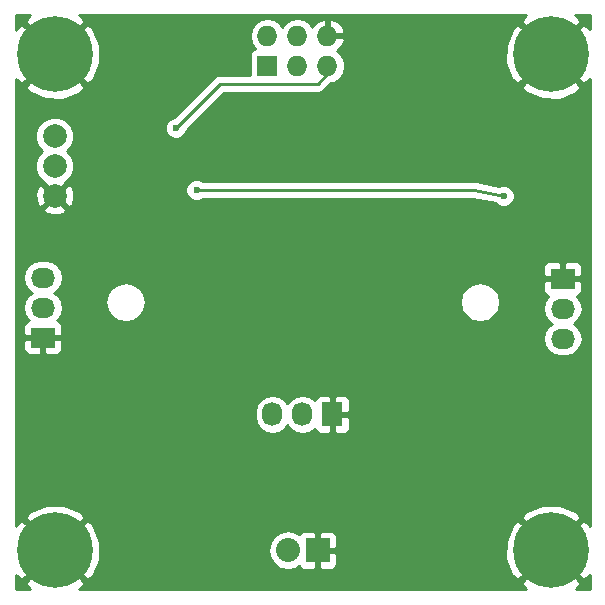
<source format=gbr>
G04 #@! TF.FileFunction,Copper,L2,Bot,Signal*
%FSLAX46Y46*%
G04 Gerber Fmt 4.6, Leading zero omitted, Abs format (unit mm)*
G04 Created by KiCad (PCBNEW 4.0.2-4+6225~38~ubuntu14.04.1-stable) date Wed 23 Mar 2016 14:02:06 GMT*
%MOMM*%
G01*
G04 APERTURE LIST*
%ADD10C,0.100000*%
%ADD11R,1.727200X2.032000*%
%ADD12O,1.727200X2.032000*%
%ADD13R,2.032000X1.727200*%
%ADD14O,2.032000X1.727200*%
%ADD15C,1.998980*%
%ADD16R,1.727200X1.727200*%
%ADD17O,1.727200X1.727200*%
%ADD18R,2.032000X2.032000*%
%ADD19O,2.032000X2.032000*%
%ADD20C,6.400000*%
%ADD21C,0.600000*%
%ADD22C,0.250000*%
%ADD23C,0.254000*%
G04 APERTURE END LIST*
D10*
D11*
X147500000Y-94500000D03*
D12*
X144960000Y-94500000D03*
X142420000Y-94500000D03*
D13*
X123000000Y-88000000D03*
D14*
X123000000Y-85460000D03*
X123000000Y-82920000D03*
D15*
X124000000Y-73460000D03*
X124000000Y-70920000D03*
X124000000Y-76000000D03*
D16*
X142000000Y-65000000D03*
D17*
X142000000Y-62460000D03*
X144540000Y-65000000D03*
X144540000Y-62460000D03*
X147080000Y-65000000D03*
X147080000Y-62460000D03*
D13*
X167000000Y-83000000D03*
D14*
X167000000Y-85540000D03*
X167000000Y-88080000D03*
D18*
X146250000Y-106000000D03*
D19*
X143710000Y-106000000D03*
D20*
X166000000Y-106000000D03*
X124000000Y-106000000D03*
X166000000Y-64000000D03*
X124000000Y-64000000D03*
D21*
X154000000Y-72750000D03*
X146000000Y-68000000D03*
X131750000Y-76250000D03*
X134250000Y-70250000D03*
X136000000Y-75500000D03*
X162000000Y-76000000D03*
D22*
X147080000Y-65000000D02*
X147080000Y-65670000D01*
X147080000Y-65670000D02*
X146250000Y-66500000D01*
X138000000Y-66500000D02*
X134250000Y-70250000D01*
X146250000Y-66500000D02*
X138000000Y-66500000D01*
X159500000Y-75500000D02*
X136000000Y-75500000D01*
X162000000Y-76000000D02*
X159500000Y-75500000D01*
D23*
G36*
X121849754Y-60734181D02*
X121805640Y-60763657D01*
X121438695Y-61259090D01*
X124000000Y-63820395D01*
X126561305Y-61259090D01*
X126194360Y-60763657D01*
X126067266Y-60710000D01*
X163909271Y-60710000D01*
X163849754Y-60734181D01*
X163805640Y-60763657D01*
X163438695Y-61259090D01*
X166000000Y-63820395D01*
X168561305Y-61259090D01*
X168194360Y-60763657D01*
X168067266Y-60710000D01*
X169290000Y-60710000D01*
X169290000Y-61909271D01*
X169265819Y-61849754D01*
X169236343Y-61805640D01*
X168740910Y-61438695D01*
X166179605Y-64000000D01*
X168740910Y-66561305D01*
X169236343Y-66194360D01*
X169290000Y-66067266D01*
X169290000Y-103909271D01*
X169265819Y-103849754D01*
X169236343Y-103805640D01*
X168740910Y-103438695D01*
X166179605Y-106000000D01*
X168740910Y-108561305D01*
X169236343Y-108194360D01*
X169290000Y-108067266D01*
X169290000Y-109290000D01*
X168090729Y-109290000D01*
X168150246Y-109265819D01*
X168194360Y-109236343D01*
X168561305Y-108740910D01*
X166000000Y-106179605D01*
X163438695Y-108740910D01*
X163805640Y-109236343D01*
X163932734Y-109290000D01*
X126090729Y-109290000D01*
X126150246Y-109265819D01*
X126194360Y-109236343D01*
X126561305Y-108740910D01*
X124000000Y-106179605D01*
X121438695Y-108740910D01*
X121805640Y-109236343D01*
X121932734Y-109290000D01*
X120710000Y-109290000D01*
X120710000Y-108090729D01*
X120734181Y-108150246D01*
X120763657Y-108194360D01*
X121259090Y-108561305D01*
X123820395Y-106000000D01*
X124179605Y-106000000D01*
X126740910Y-108561305D01*
X127236343Y-108194360D01*
X127829736Y-106788829D01*
X127835307Y-105967655D01*
X142059000Y-105967655D01*
X142059000Y-106032345D01*
X142184675Y-106664155D01*
X142542567Y-107199778D01*
X143078190Y-107557670D01*
X143710000Y-107683345D01*
X144341810Y-107557670D01*
X144678001Y-107333034D01*
X144695673Y-107375698D01*
X144874301Y-107554327D01*
X145107690Y-107651000D01*
X145964250Y-107651000D01*
X146123000Y-107492250D01*
X146123000Y-106127000D01*
X146377000Y-106127000D01*
X146377000Y-107492250D01*
X146535750Y-107651000D01*
X147392310Y-107651000D01*
X147625699Y-107554327D01*
X147804327Y-107375698D01*
X147901000Y-107142309D01*
X147901000Y-106736793D01*
X162159913Y-106736793D01*
X162734181Y-108150246D01*
X162763657Y-108194360D01*
X163259090Y-108561305D01*
X165820395Y-106000000D01*
X163259090Y-103438695D01*
X162763657Y-103805640D01*
X162170264Y-105211171D01*
X162159913Y-106736793D01*
X147901000Y-106736793D01*
X147901000Y-106285750D01*
X147742250Y-106127000D01*
X146377000Y-106127000D01*
X146123000Y-106127000D01*
X146103000Y-106127000D01*
X146103000Y-105873000D01*
X146123000Y-105873000D01*
X146123000Y-104507750D01*
X146377000Y-104507750D01*
X146377000Y-105873000D01*
X147742250Y-105873000D01*
X147901000Y-105714250D01*
X147901000Y-104857691D01*
X147804327Y-104624302D01*
X147625699Y-104445673D01*
X147392310Y-104349000D01*
X146535750Y-104349000D01*
X146377000Y-104507750D01*
X146123000Y-104507750D01*
X145964250Y-104349000D01*
X145107690Y-104349000D01*
X144874301Y-104445673D01*
X144695673Y-104624302D01*
X144678001Y-104666966D01*
X144341810Y-104442330D01*
X143710000Y-104316655D01*
X143078190Y-104442330D01*
X142542567Y-104800222D01*
X142184675Y-105335845D01*
X142059000Y-105967655D01*
X127835307Y-105967655D01*
X127840087Y-105263207D01*
X127265819Y-103849754D01*
X127236343Y-103805640D01*
X126740910Y-103438695D01*
X124179605Y-106000000D01*
X123820395Y-106000000D01*
X121259090Y-103438695D01*
X120763657Y-103805640D01*
X120710000Y-103932734D01*
X120710000Y-103259090D01*
X121438695Y-103259090D01*
X124000000Y-105820395D01*
X126561305Y-103259090D01*
X163438695Y-103259090D01*
X166000000Y-105820395D01*
X168561305Y-103259090D01*
X168194360Y-102763657D01*
X166788829Y-102170264D01*
X165263207Y-102159913D01*
X163849754Y-102734181D01*
X163805640Y-102763657D01*
X163438695Y-103259090D01*
X126561305Y-103259090D01*
X126194360Y-102763657D01*
X124788829Y-102170264D01*
X123263207Y-102159913D01*
X121849754Y-102734181D01*
X121805640Y-102763657D01*
X121438695Y-103259090D01*
X120710000Y-103259090D01*
X120710000Y-94315255D01*
X140921400Y-94315255D01*
X140921400Y-94684745D01*
X141035474Y-95258234D01*
X141360330Y-95744415D01*
X141846511Y-96069271D01*
X142420000Y-96183345D01*
X142993489Y-96069271D01*
X143479670Y-95744415D01*
X143690000Y-95429634D01*
X143900330Y-95744415D01*
X144386511Y-96069271D01*
X144960000Y-96183345D01*
X145533489Y-96069271D01*
X146019670Y-95744415D01*
X146034500Y-95722220D01*
X146098073Y-95875699D01*
X146276702Y-96054327D01*
X146510091Y-96151000D01*
X147214250Y-96151000D01*
X147373000Y-95992250D01*
X147373000Y-94627000D01*
X147627000Y-94627000D01*
X147627000Y-95992250D01*
X147785750Y-96151000D01*
X148489909Y-96151000D01*
X148723298Y-96054327D01*
X148901927Y-95875699D01*
X148998600Y-95642310D01*
X148998600Y-94785750D01*
X148839850Y-94627000D01*
X147627000Y-94627000D01*
X147373000Y-94627000D01*
X147353000Y-94627000D01*
X147353000Y-94373000D01*
X147373000Y-94373000D01*
X147373000Y-93007750D01*
X147627000Y-93007750D01*
X147627000Y-94373000D01*
X148839850Y-94373000D01*
X148998600Y-94214250D01*
X148998600Y-93357690D01*
X148901927Y-93124301D01*
X148723298Y-92945673D01*
X148489909Y-92849000D01*
X147785750Y-92849000D01*
X147627000Y-93007750D01*
X147373000Y-93007750D01*
X147214250Y-92849000D01*
X146510091Y-92849000D01*
X146276702Y-92945673D01*
X146098073Y-93124301D01*
X146034500Y-93277780D01*
X146019670Y-93255585D01*
X145533489Y-92930729D01*
X144960000Y-92816655D01*
X144386511Y-92930729D01*
X143900330Y-93255585D01*
X143690000Y-93570366D01*
X143479670Y-93255585D01*
X142993489Y-92930729D01*
X142420000Y-92816655D01*
X141846511Y-92930729D01*
X141360330Y-93255585D01*
X141035474Y-93741766D01*
X140921400Y-94315255D01*
X120710000Y-94315255D01*
X120710000Y-88285750D01*
X121349000Y-88285750D01*
X121349000Y-88989909D01*
X121445673Y-89223298D01*
X121624301Y-89401927D01*
X121857690Y-89498600D01*
X122714250Y-89498600D01*
X122873000Y-89339850D01*
X122873000Y-88127000D01*
X123127000Y-88127000D01*
X123127000Y-89339850D01*
X123285750Y-89498600D01*
X124142310Y-89498600D01*
X124375699Y-89401927D01*
X124554327Y-89223298D01*
X124651000Y-88989909D01*
X124651000Y-88285750D01*
X124492250Y-88127000D01*
X123127000Y-88127000D01*
X122873000Y-88127000D01*
X121507750Y-88127000D01*
X121349000Y-88285750D01*
X120710000Y-88285750D01*
X120710000Y-82920000D01*
X121316655Y-82920000D01*
X121430729Y-83493489D01*
X121755585Y-83979670D01*
X122070366Y-84190000D01*
X121755585Y-84400330D01*
X121430729Y-84886511D01*
X121316655Y-85460000D01*
X121430729Y-86033489D01*
X121755585Y-86519670D01*
X121777780Y-86534500D01*
X121624301Y-86598073D01*
X121445673Y-86776702D01*
X121349000Y-87010091D01*
X121349000Y-87714250D01*
X121507750Y-87873000D01*
X122873000Y-87873000D01*
X122873000Y-87853000D01*
X123127000Y-87853000D01*
X123127000Y-87873000D01*
X124492250Y-87873000D01*
X124651000Y-87714250D01*
X124651000Y-87010091D01*
X124554327Y-86776702D01*
X124375699Y-86598073D01*
X124222220Y-86534500D01*
X124244415Y-86519670D01*
X124569271Y-86033489D01*
X124683345Y-85460000D01*
X124591846Y-85000000D01*
X128290000Y-85000000D01*
X128420166Y-85654389D01*
X128790847Y-86209153D01*
X129345611Y-86579834D01*
X130000000Y-86710000D01*
X130654389Y-86579834D01*
X131209153Y-86209153D01*
X131579834Y-85654389D01*
X131710000Y-85000000D01*
X158290000Y-85000000D01*
X158420166Y-85654389D01*
X158790847Y-86209153D01*
X159345611Y-86579834D01*
X160000000Y-86710000D01*
X160654389Y-86579834D01*
X161209153Y-86209153D01*
X161579834Y-85654389D01*
X161602587Y-85540000D01*
X165316655Y-85540000D01*
X165430729Y-86113489D01*
X165755585Y-86599670D01*
X166070366Y-86810000D01*
X165755585Y-87020330D01*
X165430729Y-87506511D01*
X165316655Y-88080000D01*
X165430729Y-88653489D01*
X165755585Y-89139670D01*
X166241766Y-89464526D01*
X166815255Y-89578600D01*
X167184745Y-89578600D01*
X167758234Y-89464526D01*
X168244415Y-89139670D01*
X168569271Y-88653489D01*
X168683345Y-88080000D01*
X168569271Y-87506511D01*
X168244415Y-87020330D01*
X167929634Y-86810000D01*
X168244415Y-86599670D01*
X168569271Y-86113489D01*
X168683345Y-85540000D01*
X168569271Y-84966511D01*
X168244415Y-84480330D01*
X168222220Y-84465500D01*
X168375699Y-84401927D01*
X168554327Y-84223298D01*
X168651000Y-83989909D01*
X168651000Y-83285750D01*
X168492250Y-83127000D01*
X167127000Y-83127000D01*
X167127000Y-83147000D01*
X166873000Y-83147000D01*
X166873000Y-83127000D01*
X165507750Y-83127000D01*
X165349000Y-83285750D01*
X165349000Y-83989909D01*
X165445673Y-84223298D01*
X165624301Y-84401927D01*
X165777780Y-84465500D01*
X165755585Y-84480330D01*
X165430729Y-84966511D01*
X165316655Y-85540000D01*
X161602587Y-85540000D01*
X161710000Y-85000000D01*
X161579834Y-84345611D01*
X161209153Y-83790847D01*
X160654389Y-83420166D01*
X160000000Y-83290000D01*
X159345611Y-83420166D01*
X158790847Y-83790847D01*
X158420166Y-84345611D01*
X158290000Y-85000000D01*
X131710000Y-85000000D01*
X131579834Y-84345611D01*
X131209153Y-83790847D01*
X130654389Y-83420166D01*
X130000000Y-83290000D01*
X129345611Y-83420166D01*
X128790847Y-83790847D01*
X128420166Y-84345611D01*
X128290000Y-85000000D01*
X124591846Y-85000000D01*
X124569271Y-84886511D01*
X124244415Y-84400330D01*
X123929634Y-84190000D01*
X124244415Y-83979670D01*
X124569271Y-83493489D01*
X124683345Y-82920000D01*
X124569271Y-82346511D01*
X124344483Y-82010091D01*
X165349000Y-82010091D01*
X165349000Y-82714250D01*
X165507750Y-82873000D01*
X166873000Y-82873000D01*
X166873000Y-81660150D01*
X167127000Y-81660150D01*
X167127000Y-82873000D01*
X168492250Y-82873000D01*
X168651000Y-82714250D01*
X168651000Y-82010091D01*
X168554327Y-81776702D01*
X168375699Y-81598073D01*
X168142310Y-81501400D01*
X167285750Y-81501400D01*
X167127000Y-81660150D01*
X166873000Y-81660150D01*
X166714250Y-81501400D01*
X165857690Y-81501400D01*
X165624301Y-81598073D01*
X165445673Y-81776702D01*
X165349000Y-82010091D01*
X124344483Y-82010091D01*
X124244415Y-81860330D01*
X123758234Y-81535474D01*
X123184745Y-81421400D01*
X122815255Y-81421400D01*
X122241766Y-81535474D01*
X121755585Y-81860330D01*
X121430729Y-82346511D01*
X121316655Y-82920000D01*
X120710000Y-82920000D01*
X120710000Y-77152163D01*
X123027443Y-77152163D01*
X123126042Y-77418965D01*
X123735582Y-77645401D01*
X124385377Y-77621341D01*
X124873958Y-77418965D01*
X124972557Y-77152163D01*
X124000000Y-76179605D01*
X123027443Y-77152163D01*
X120710000Y-77152163D01*
X120710000Y-75735582D01*
X122354599Y-75735582D01*
X122378659Y-76385377D01*
X122581035Y-76873958D01*
X122847837Y-76972557D01*
X123820395Y-76000000D01*
X124179605Y-76000000D01*
X125152163Y-76972557D01*
X125418965Y-76873958D01*
X125645401Y-76264418D01*
X125623954Y-75685167D01*
X135064838Y-75685167D01*
X135206883Y-76028943D01*
X135469673Y-76292192D01*
X135813201Y-76434838D01*
X136185167Y-76435162D01*
X136528943Y-76293117D01*
X136562118Y-76260000D01*
X159424747Y-76260000D01*
X161316000Y-76638251D01*
X161469673Y-76792192D01*
X161813201Y-76934838D01*
X162185167Y-76935162D01*
X162528943Y-76793117D01*
X162792192Y-76530327D01*
X162934838Y-76186799D01*
X162935162Y-75814833D01*
X162793117Y-75471057D01*
X162530327Y-75207808D01*
X162186799Y-75065162D01*
X161814833Y-75064838D01*
X161614116Y-75147772D01*
X159649048Y-74754759D01*
X159573802Y-74754680D01*
X159500000Y-74740000D01*
X136562463Y-74740000D01*
X136530327Y-74707808D01*
X136186799Y-74565162D01*
X135814833Y-74564838D01*
X135471057Y-74706883D01*
X135207808Y-74969673D01*
X135065162Y-75313201D01*
X135064838Y-75685167D01*
X125623954Y-75685167D01*
X125621341Y-75614623D01*
X125418965Y-75126042D01*
X125152163Y-75027443D01*
X124179605Y-76000000D01*
X123820395Y-76000000D01*
X122847837Y-75027443D01*
X122581035Y-75126042D01*
X122354599Y-75735582D01*
X120710000Y-75735582D01*
X120710000Y-71243694D01*
X122365226Y-71243694D01*
X122613538Y-71844655D01*
X122958480Y-72190199D01*
X122615154Y-72532927D01*
X122365794Y-73133453D01*
X122365226Y-73783694D01*
X122613538Y-74384655D01*
X123040539Y-74812401D01*
X123027443Y-74847837D01*
X124000000Y-75820395D01*
X124972557Y-74847837D01*
X124959276Y-74811901D01*
X125384846Y-74387073D01*
X125634206Y-73786547D01*
X125634774Y-73136306D01*
X125386462Y-72535345D01*
X125041520Y-72189801D01*
X125384846Y-71847073D01*
X125634206Y-71246547D01*
X125634774Y-70596306D01*
X125568193Y-70435167D01*
X133314838Y-70435167D01*
X133456883Y-70778943D01*
X133719673Y-71042192D01*
X134063201Y-71184838D01*
X134435167Y-71185162D01*
X134778943Y-71043117D01*
X135042192Y-70780327D01*
X135184838Y-70436799D01*
X135184879Y-70389923D01*
X138314802Y-67260000D01*
X146250000Y-67260000D01*
X146540839Y-67202148D01*
X146787401Y-67037401D01*
X147083892Y-66740910D01*
X163438695Y-66740910D01*
X163805640Y-67236343D01*
X165211171Y-67829736D01*
X166736793Y-67840087D01*
X168150246Y-67265819D01*
X168194360Y-67236343D01*
X168561305Y-66740910D01*
X166000000Y-64179605D01*
X163438695Y-66740910D01*
X147083892Y-66740910D01*
X147350686Y-66474116D01*
X147653489Y-66413885D01*
X148139670Y-66089029D01*
X148464526Y-65602848D01*
X148578600Y-65029359D01*
X148578600Y-64970641D01*
X148532085Y-64736793D01*
X162159913Y-64736793D01*
X162734181Y-66150246D01*
X162763657Y-66194360D01*
X163259090Y-66561305D01*
X165820395Y-64000000D01*
X163259090Y-61438695D01*
X162763657Y-61805640D01*
X162170264Y-63211171D01*
X162159913Y-64736793D01*
X148532085Y-64736793D01*
X148464526Y-64397152D01*
X148139670Y-63910971D01*
X147868839Y-63730008D01*
X148286821Y-63348490D01*
X148534968Y-62819027D01*
X148414469Y-62587000D01*
X147207000Y-62587000D01*
X147207000Y-62607000D01*
X146953000Y-62607000D01*
X146953000Y-62587000D01*
X146933000Y-62587000D01*
X146933000Y-62333000D01*
X146953000Y-62333000D01*
X146953000Y-61126183D01*
X147207000Y-61126183D01*
X147207000Y-62333000D01*
X148414469Y-62333000D01*
X148534968Y-62100973D01*
X148286821Y-61571510D01*
X147854947Y-61177312D01*
X147439026Y-61005042D01*
X147207000Y-61126183D01*
X146953000Y-61126183D01*
X146720974Y-61005042D01*
X146305053Y-61177312D01*
X145873179Y-61571510D01*
X145815664Y-61694228D01*
X145599670Y-61370971D01*
X145113489Y-61046115D01*
X144540000Y-60932041D01*
X143966511Y-61046115D01*
X143480330Y-61370971D01*
X143270000Y-61685752D01*
X143059670Y-61370971D01*
X142573489Y-61046115D01*
X142000000Y-60932041D01*
X141426511Y-61046115D01*
X140940330Y-61370971D01*
X140615474Y-61857152D01*
X140501400Y-62430641D01*
X140501400Y-62489359D01*
X140615474Y-63062848D01*
X140926574Y-63528442D01*
X140901083Y-63533238D01*
X140684959Y-63672310D01*
X140539969Y-63884510D01*
X140488960Y-64136400D01*
X140488960Y-65740000D01*
X138000000Y-65740000D01*
X137709161Y-65797852D01*
X137462599Y-65962599D01*
X134110320Y-69314878D01*
X134064833Y-69314838D01*
X133721057Y-69456883D01*
X133457808Y-69719673D01*
X133315162Y-70063201D01*
X133314838Y-70435167D01*
X125568193Y-70435167D01*
X125386462Y-69995345D01*
X124927073Y-69535154D01*
X124326547Y-69285794D01*
X123676306Y-69285226D01*
X123075345Y-69533538D01*
X122615154Y-69992927D01*
X122365794Y-70593453D01*
X122365226Y-71243694D01*
X120710000Y-71243694D01*
X120710000Y-66740910D01*
X121438695Y-66740910D01*
X121805640Y-67236343D01*
X123211171Y-67829736D01*
X124736793Y-67840087D01*
X126150246Y-67265819D01*
X126194360Y-67236343D01*
X126561305Y-66740910D01*
X124000000Y-64179605D01*
X121438695Y-66740910D01*
X120710000Y-66740910D01*
X120710000Y-66090729D01*
X120734181Y-66150246D01*
X120763657Y-66194360D01*
X121259090Y-66561305D01*
X123820395Y-64000000D01*
X124179605Y-64000000D01*
X126740910Y-66561305D01*
X127236343Y-66194360D01*
X127829736Y-64788829D01*
X127840087Y-63263207D01*
X127265819Y-61849754D01*
X127236343Y-61805640D01*
X126740910Y-61438695D01*
X124179605Y-64000000D01*
X123820395Y-64000000D01*
X121259090Y-61438695D01*
X120763657Y-61805640D01*
X120710000Y-61932734D01*
X120710000Y-60710000D01*
X121909271Y-60710000D01*
X121849754Y-60734181D01*
X121849754Y-60734181D01*
G37*
X121849754Y-60734181D02*
X121805640Y-60763657D01*
X121438695Y-61259090D01*
X124000000Y-63820395D01*
X126561305Y-61259090D01*
X126194360Y-60763657D01*
X126067266Y-60710000D01*
X163909271Y-60710000D01*
X163849754Y-60734181D01*
X163805640Y-60763657D01*
X163438695Y-61259090D01*
X166000000Y-63820395D01*
X168561305Y-61259090D01*
X168194360Y-60763657D01*
X168067266Y-60710000D01*
X169290000Y-60710000D01*
X169290000Y-61909271D01*
X169265819Y-61849754D01*
X169236343Y-61805640D01*
X168740910Y-61438695D01*
X166179605Y-64000000D01*
X168740910Y-66561305D01*
X169236343Y-66194360D01*
X169290000Y-66067266D01*
X169290000Y-103909271D01*
X169265819Y-103849754D01*
X169236343Y-103805640D01*
X168740910Y-103438695D01*
X166179605Y-106000000D01*
X168740910Y-108561305D01*
X169236343Y-108194360D01*
X169290000Y-108067266D01*
X169290000Y-109290000D01*
X168090729Y-109290000D01*
X168150246Y-109265819D01*
X168194360Y-109236343D01*
X168561305Y-108740910D01*
X166000000Y-106179605D01*
X163438695Y-108740910D01*
X163805640Y-109236343D01*
X163932734Y-109290000D01*
X126090729Y-109290000D01*
X126150246Y-109265819D01*
X126194360Y-109236343D01*
X126561305Y-108740910D01*
X124000000Y-106179605D01*
X121438695Y-108740910D01*
X121805640Y-109236343D01*
X121932734Y-109290000D01*
X120710000Y-109290000D01*
X120710000Y-108090729D01*
X120734181Y-108150246D01*
X120763657Y-108194360D01*
X121259090Y-108561305D01*
X123820395Y-106000000D01*
X124179605Y-106000000D01*
X126740910Y-108561305D01*
X127236343Y-108194360D01*
X127829736Y-106788829D01*
X127835307Y-105967655D01*
X142059000Y-105967655D01*
X142059000Y-106032345D01*
X142184675Y-106664155D01*
X142542567Y-107199778D01*
X143078190Y-107557670D01*
X143710000Y-107683345D01*
X144341810Y-107557670D01*
X144678001Y-107333034D01*
X144695673Y-107375698D01*
X144874301Y-107554327D01*
X145107690Y-107651000D01*
X145964250Y-107651000D01*
X146123000Y-107492250D01*
X146123000Y-106127000D01*
X146377000Y-106127000D01*
X146377000Y-107492250D01*
X146535750Y-107651000D01*
X147392310Y-107651000D01*
X147625699Y-107554327D01*
X147804327Y-107375698D01*
X147901000Y-107142309D01*
X147901000Y-106736793D01*
X162159913Y-106736793D01*
X162734181Y-108150246D01*
X162763657Y-108194360D01*
X163259090Y-108561305D01*
X165820395Y-106000000D01*
X163259090Y-103438695D01*
X162763657Y-103805640D01*
X162170264Y-105211171D01*
X162159913Y-106736793D01*
X147901000Y-106736793D01*
X147901000Y-106285750D01*
X147742250Y-106127000D01*
X146377000Y-106127000D01*
X146123000Y-106127000D01*
X146103000Y-106127000D01*
X146103000Y-105873000D01*
X146123000Y-105873000D01*
X146123000Y-104507750D01*
X146377000Y-104507750D01*
X146377000Y-105873000D01*
X147742250Y-105873000D01*
X147901000Y-105714250D01*
X147901000Y-104857691D01*
X147804327Y-104624302D01*
X147625699Y-104445673D01*
X147392310Y-104349000D01*
X146535750Y-104349000D01*
X146377000Y-104507750D01*
X146123000Y-104507750D01*
X145964250Y-104349000D01*
X145107690Y-104349000D01*
X144874301Y-104445673D01*
X144695673Y-104624302D01*
X144678001Y-104666966D01*
X144341810Y-104442330D01*
X143710000Y-104316655D01*
X143078190Y-104442330D01*
X142542567Y-104800222D01*
X142184675Y-105335845D01*
X142059000Y-105967655D01*
X127835307Y-105967655D01*
X127840087Y-105263207D01*
X127265819Y-103849754D01*
X127236343Y-103805640D01*
X126740910Y-103438695D01*
X124179605Y-106000000D01*
X123820395Y-106000000D01*
X121259090Y-103438695D01*
X120763657Y-103805640D01*
X120710000Y-103932734D01*
X120710000Y-103259090D01*
X121438695Y-103259090D01*
X124000000Y-105820395D01*
X126561305Y-103259090D01*
X163438695Y-103259090D01*
X166000000Y-105820395D01*
X168561305Y-103259090D01*
X168194360Y-102763657D01*
X166788829Y-102170264D01*
X165263207Y-102159913D01*
X163849754Y-102734181D01*
X163805640Y-102763657D01*
X163438695Y-103259090D01*
X126561305Y-103259090D01*
X126194360Y-102763657D01*
X124788829Y-102170264D01*
X123263207Y-102159913D01*
X121849754Y-102734181D01*
X121805640Y-102763657D01*
X121438695Y-103259090D01*
X120710000Y-103259090D01*
X120710000Y-94315255D01*
X140921400Y-94315255D01*
X140921400Y-94684745D01*
X141035474Y-95258234D01*
X141360330Y-95744415D01*
X141846511Y-96069271D01*
X142420000Y-96183345D01*
X142993489Y-96069271D01*
X143479670Y-95744415D01*
X143690000Y-95429634D01*
X143900330Y-95744415D01*
X144386511Y-96069271D01*
X144960000Y-96183345D01*
X145533489Y-96069271D01*
X146019670Y-95744415D01*
X146034500Y-95722220D01*
X146098073Y-95875699D01*
X146276702Y-96054327D01*
X146510091Y-96151000D01*
X147214250Y-96151000D01*
X147373000Y-95992250D01*
X147373000Y-94627000D01*
X147627000Y-94627000D01*
X147627000Y-95992250D01*
X147785750Y-96151000D01*
X148489909Y-96151000D01*
X148723298Y-96054327D01*
X148901927Y-95875699D01*
X148998600Y-95642310D01*
X148998600Y-94785750D01*
X148839850Y-94627000D01*
X147627000Y-94627000D01*
X147373000Y-94627000D01*
X147353000Y-94627000D01*
X147353000Y-94373000D01*
X147373000Y-94373000D01*
X147373000Y-93007750D01*
X147627000Y-93007750D01*
X147627000Y-94373000D01*
X148839850Y-94373000D01*
X148998600Y-94214250D01*
X148998600Y-93357690D01*
X148901927Y-93124301D01*
X148723298Y-92945673D01*
X148489909Y-92849000D01*
X147785750Y-92849000D01*
X147627000Y-93007750D01*
X147373000Y-93007750D01*
X147214250Y-92849000D01*
X146510091Y-92849000D01*
X146276702Y-92945673D01*
X146098073Y-93124301D01*
X146034500Y-93277780D01*
X146019670Y-93255585D01*
X145533489Y-92930729D01*
X144960000Y-92816655D01*
X144386511Y-92930729D01*
X143900330Y-93255585D01*
X143690000Y-93570366D01*
X143479670Y-93255585D01*
X142993489Y-92930729D01*
X142420000Y-92816655D01*
X141846511Y-92930729D01*
X141360330Y-93255585D01*
X141035474Y-93741766D01*
X140921400Y-94315255D01*
X120710000Y-94315255D01*
X120710000Y-88285750D01*
X121349000Y-88285750D01*
X121349000Y-88989909D01*
X121445673Y-89223298D01*
X121624301Y-89401927D01*
X121857690Y-89498600D01*
X122714250Y-89498600D01*
X122873000Y-89339850D01*
X122873000Y-88127000D01*
X123127000Y-88127000D01*
X123127000Y-89339850D01*
X123285750Y-89498600D01*
X124142310Y-89498600D01*
X124375699Y-89401927D01*
X124554327Y-89223298D01*
X124651000Y-88989909D01*
X124651000Y-88285750D01*
X124492250Y-88127000D01*
X123127000Y-88127000D01*
X122873000Y-88127000D01*
X121507750Y-88127000D01*
X121349000Y-88285750D01*
X120710000Y-88285750D01*
X120710000Y-82920000D01*
X121316655Y-82920000D01*
X121430729Y-83493489D01*
X121755585Y-83979670D01*
X122070366Y-84190000D01*
X121755585Y-84400330D01*
X121430729Y-84886511D01*
X121316655Y-85460000D01*
X121430729Y-86033489D01*
X121755585Y-86519670D01*
X121777780Y-86534500D01*
X121624301Y-86598073D01*
X121445673Y-86776702D01*
X121349000Y-87010091D01*
X121349000Y-87714250D01*
X121507750Y-87873000D01*
X122873000Y-87873000D01*
X122873000Y-87853000D01*
X123127000Y-87853000D01*
X123127000Y-87873000D01*
X124492250Y-87873000D01*
X124651000Y-87714250D01*
X124651000Y-87010091D01*
X124554327Y-86776702D01*
X124375699Y-86598073D01*
X124222220Y-86534500D01*
X124244415Y-86519670D01*
X124569271Y-86033489D01*
X124683345Y-85460000D01*
X124591846Y-85000000D01*
X128290000Y-85000000D01*
X128420166Y-85654389D01*
X128790847Y-86209153D01*
X129345611Y-86579834D01*
X130000000Y-86710000D01*
X130654389Y-86579834D01*
X131209153Y-86209153D01*
X131579834Y-85654389D01*
X131710000Y-85000000D01*
X158290000Y-85000000D01*
X158420166Y-85654389D01*
X158790847Y-86209153D01*
X159345611Y-86579834D01*
X160000000Y-86710000D01*
X160654389Y-86579834D01*
X161209153Y-86209153D01*
X161579834Y-85654389D01*
X161602587Y-85540000D01*
X165316655Y-85540000D01*
X165430729Y-86113489D01*
X165755585Y-86599670D01*
X166070366Y-86810000D01*
X165755585Y-87020330D01*
X165430729Y-87506511D01*
X165316655Y-88080000D01*
X165430729Y-88653489D01*
X165755585Y-89139670D01*
X166241766Y-89464526D01*
X166815255Y-89578600D01*
X167184745Y-89578600D01*
X167758234Y-89464526D01*
X168244415Y-89139670D01*
X168569271Y-88653489D01*
X168683345Y-88080000D01*
X168569271Y-87506511D01*
X168244415Y-87020330D01*
X167929634Y-86810000D01*
X168244415Y-86599670D01*
X168569271Y-86113489D01*
X168683345Y-85540000D01*
X168569271Y-84966511D01*
X168244415Y-84480330D01*
X168222220Y-84465500D01*
X168375699Y-84401927D01*
X168554327Y-84223298D01*
X168651000Y-83989909D01*
X168651000Y-83285750D01*
X168492250Y-83127000D01*
X167127000Y-83127000D01*
X167127000Y-83147000D01*
X166873000Y-83147000D01*
X166873000Y-83127000D01*
X165507750Y-83127000D01*
X165349000Y-83285750D01*
X165349000Y-83989909D01*
X165445673Y-84223298D01*
X165624301Y-84401927D01*
X165777780Y-84465500D01*
X165755585Y-84480330D01*
X165430729Y-84966511D01*
X165316655Y-85540000D01*
X161602587Y-85540000D01*
X161710000Y-85000000D01*
X161579834Y-84345611D01*
X161209153Y-83790847D01*
X160654389Y-83420166D01*
X160000000Y-83290000D01*
X159345611Y-83420166D01*
X158790847Y-83790847D01*
X158420166Y-84345611D01*
X158290000Y-85000000D01*
X131710000Y-85000000D01*
X131579834Y-84345611D01*
X131209153Y-83790847D01*
X130654389Y-83420166D01*
X130000000Y-83290000D01*
X129345611Y-83420166D01*
X128790847Y-83790847D01*
X128420166Y-84345611D01*
X128290000Y-85000000D01*
X124591846Y-85000000D01*
X124569271Y-84886511D01*
X124244415Y-84400330D01*
X123929634Y-84190000D01*
X124244415Y-83979670D01*
X124569271Y-83493489D01*
X124683345Y-82920000D01*
X124569271Y-82346511D01*
X124344483Y-82010091D01*
X165349000Y-82010091D01*
X165349000Y-82714250D01*
X165507750Y-82873000D01*
X166873000Y-82873000D01*
X166873000Y-81660150D01*
X167127000Y-81660150D01*
X167127000Y-82873000D01*
X168492250Y-82873000D01*
X168651000Y-82714250D01*
X168651000Y-82010091D01*
X168554327Y-81776702D01*
X168375699Y-81598073D01*
X168142310Y-81501400D01*
X167285750Y-81501400D01*
X167127000Y-81660150D01*
X166873000Y-81660150D01*
X166714250Y-81501400D01*
X165857690Y-81501400D01*
X165624301Y-81598073D01*
X165445673Y-81776702D01*
X165349000Y-82010091D01*
X124344483Y-82010091D01*
X124244415Y-81860330D01*
X123758234Y-81535474D01*
X123184745Y-81421400D01*
X122815255Y-81421400D01*
X122241766Y-81535474D01*
X121755585Y-81860330D01*
X121430729Y-82346511D01*
X121316655Y-82920000D01*
X120710000Y-82920000D01*
X120710000Y-77152163D01*
X123027443Y-77152163D01*
X123126042Y-77418965D01*
X123735582Y-77645401D01*
X124385377Y-77621341D01*
X124873958Y-77418965D01*
X124972557Y-77152163D01*
X124000000Y-76179605D01*
X123027443Y-77152163D01*
X120710000Y-77152163D01*
X120710000Y-75735582D01*
X122354599Y-75735582D01*
X122378659Y-76385377D01*
X122581035Y-76873958D01*
X122847837Y-76972557D01*
X123820395Y-76000000D01*
X124179605Y-76000000D01*
X125152163Y-76972557D01*
X125418965Y-76873958D01*
X125645401Y-76264418D01*
X125623954Y-75685167D01*
X135064838Y-75685167D01*
X135206883Y-76028943D01*
X135469673Y-76292192D01*
X135813201Y-76434838D01*
X136185167Y-76435162D01*
X136528943Y-76293117D01*
X136562118Y-76260000D01*
X159424747Y-76260000D01*
X161316000Y-76638251D01*
X161469673Y-76792192D01*
X161813201Y-76934838D01*
X162185167Y-76935162D01*
X162528943Y-76793117D01*
X162792192Y-76530327D01*
X162934838Y-76186799D01*
X162935162Y-75814833D01*
X162793117Y-75471057D01*
X162530327Y-75207808D01*
X162186799Y-75065162D01*
X161814833Y-75064838D01*
X161614116Y-75147772D01*
X159649048Y-74754759D01*
X159573802Y-74754680D01*
X159500000Y-74740000D01*
X136562463Y-74740000D01*
X136530327Y-74707808D01*
X136186799Y-74565162D01*
X135814833Y-74564838D01*
X135471057Y-74706883D01*
X135207808Y-74969673D01*
X135065162Y-75313201D01*
X135064838Y-75685167D01*
X125623954Y-75685167D01*
X125621341Y-75614623D01*
X125418965Y-75126042D01*
X125152163Y-75027443D01*
X124179605Y-76000000D01*
X123820395Y-76000000D01*
X122847837Y-75027443D01*
X122581035Y-75126042D01*
X122354599Y-75735582D01*
X120710000Y-75735582D01*
X120710000Y-71243694D01*
X122365226Y-71243694D01*
X122613538Y-71844655D01*
X122958480Y-72190199D01*
X122615154Y-72532927D01*
X122365794Y-73133453D01*
X122365226Y-73783694D01*
X122613538Y-74384655D01*
X123040539Y-74812401D01*
X123027443Y-74847837D01*
X124000000Y-75820395D01*
X124972557Y-74847837D01*
X124959276Y-74811901D01*
X125384846Y-74387073D01*
X125634206Y-73786547D01*
X125634774Y-73136306D01*
X125386462Y-72535345D01*
X125041520Y-72189801D01*
X125384846Y-71847073D01*
X125634206Y-71246547D01*
X125634774Y-70596306D01*
X125568193Y-70435167D01*
X133314838Y-70435167D01*
X133456883Y-70778943D01*
X133719673Y-71042192D01*
X134063201Y-71184838D01*
X134435167Y-71185162D01*
X134778943Y-71043117D01*
X135042192Y-70780327D01*
X135184838Y-70436799D01*
X135184879Y-70389923D01*
X138314802Y-67260000D01*
X146250000Y-67260000D01*
X146540839Y-67202148D01*
X146787401Y-67037401D01*
X147083892Y-66740910D01*
X163438695Y-66740910D01*
X163805640Y-67236343D01*
X165211171Y-67829736D01*
X166736793Y-67840087D01*
X168150246Y-67265819D01*
X168194360Y-67236343D01*
X168561305Y-66740910D01*
X166000000Y-64179605D01*
X163438695Y-66740910D01*
X147083892Y-66740910D01*
X147350686Y-66474116D01*
X147653489Y-66413885D01*
X148139670Y-66089029D01*
X148464526Y-65602848D01*
X148578600Y-65029359D01*
X148578600Y-64970641D01*
X148532085Y-64736793D01*
X162159913Y-64736793D01*
X162734181Y-66150246D01*
X162763657Y-66194360D01*
X163259090Y-66561305D01*
X165820395Y-64000000D01*
X163259090Y-61438695D01*
X162763657Y-61805640D01*
X162170264Y-63211171D01*
X162159913Y-64736793D01*
X148532085Y-64736793D01*
X148464526Y-64397152D01*
X148139670Y-63910971D01*
X147868839Y-63730008D01*
X148286821Y-63348490D01*
X148534968Y-62819027D01*
X148414469Y-62587000D01*
X147207000Y-62587000D01*
X147207000Y-62607000D01*
X146953000Y-62607000D01*
X146953000Y-62587000D01*
X146933000Y-62587000D01*
X146933000Y-62333000D01*
X146953000Y-62333000D01*
X146953000Y-61126183D01*
X147207000Y-61126183D01*
X147207000Y-62333000D01*
X148414469Y-62333000D01*
X148534968Y-62100973D01*
X148286821Y-61571510D01*
X147854947Y-61177312D01*
X147439026Y-61005042D01*
X147207000Y-61126183D01*
X146953000Y-61126183D01*
X146720974Y-61005042D01*
X146305053Y-61177312D01*
X145873179Y-61571510D01*
X145815664Y-61694228D01*
X145599670Y-61370971D01*
X145113489Y-61046115D01*
X144540000Y-60932041D01*
X143966511Y-61046115D01*
X143480330Y-61370971D01*
X143270000Y-61685752D01*
X143059670Y-61370971D01*
X142573489Y-61046115D01*
X142000000Y-60932041D01*
X141426511Y-61046115D01*
X140940330Y-61370971D01*
X140615474Y-61857152D01*
X140501400Y-62430641D01*
X140501400Y-62489359D01*
X140615474Y-63062848D01*
X140926574Y-63528442D01*
X140901083Y-63533238D01*
X140684959Y-63672310D01*
X140539969Y-63884510D01*
X140488960Y-64136400D01*
X140488960Y-65740000D01*
X138000000Y-65740000D01*
X137709161Y-65797852D01*
X137462599Y-65962599D01*
X134110320Y-69314878D01*
X134064833Y-69314838D01*
X133721057Y-69456883D01*
X133457808Y-69719673D01*
X133315162Y-70063201D01*
X133314838Y-70435167D01*
X125568193Y-70435167D01*
X125386462Y-69995345D01*
X124927073Y-69535154D01*
X124326547Y-69285794D01*
X123676306Y-69285226D01*
X123075345Y-69533538D01*
X122615154Y-69992927D01*
X122365794Y-70593453D01*
X122365226Y-71243694D01*
X120710000Y-71243694D01*
X120710000Y-66740910D01*
X121438695Y-66740910D01*
X121805640Y-67236343D01*
X123211171Y-67829736D01*
X124736793Y-67840087D01*
X126150246Y-67265819D01*
X126194360Y-67236343D01*
X126561305Y-66740910D01*
X124000000Y-64179605D01*
X121438695Y-66740910D01*
X120710000Y-66740910D01*
X120710000Y-66090729D01*
X120734181Y-66150246D01*
X120763657Y-66194360D01*
X121259090Y-66561305D01*
X123820395Y-64000000D01*
X124179605Y-64000000D01*
X126740910Y-66561305D01*
X127236343Y-66194360D01*
X127829736Y-64788829D01*
X127840087Y-63263207D01*
X127265819Y-61849754D01*
X127236343Y-61805640D01*
X126740910Y-61438695D01*
X124179605Y-64000000D01*
X123820395Y-64000000D01*
X121259090Y-61438695D01*
X120763657Y-61805640D01*
X120710000Y-61932734D01*
X120710000Y-60710000D01*
X121909271Y-60710000D01*
X121849754Y-60734181D01*
M02*

</source>
